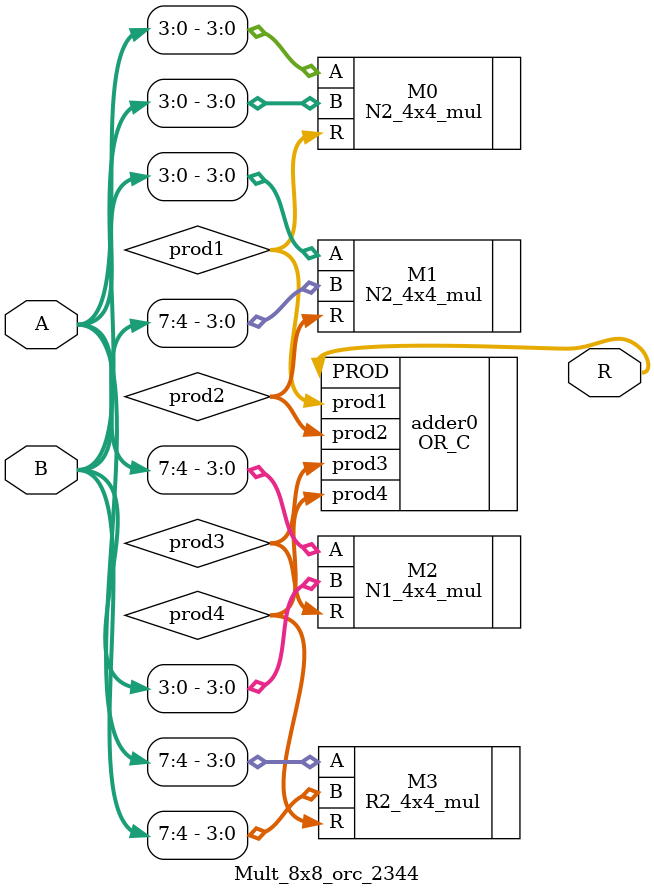
<source format=v>
module Mult_8x8_orc_2344(
input [7:0] A,
input [7:0] B,
output [15:0]R
);
wire [7:0]prod1;
wire [7:0]prod2;
wire [7:0]prod3;
wire [7:0]prod4;

N2_4x4_mul M0(.A(A[3:0]),.B(B[3:0]),.R(prod1));
N2_4x4_mul M1(.A(A[3:0]),.B(B[7:4]),.R(prod2));
N1_4x4_mul M2(.A(A[7:4]),.B(B[3:0]),.R(prod3));
R2_4x4_mul M3(.A(A[7:4]),.B(B[7:4]),.R(prod4));
OR_C adder0(.prod1(prod1),.prod2(prod2),.prod3(prod3),.prod4(prod4),.PROD(R));
endmodule

</source>
